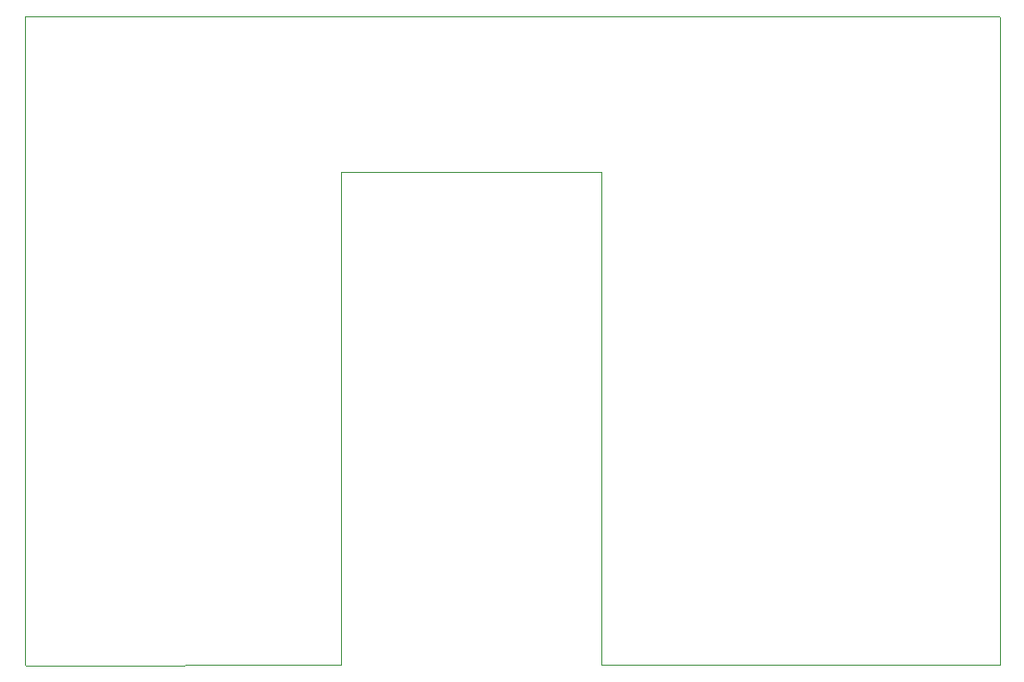
<source format=gbr>
%TF.GenerationSoftware,KiCad,Pcbnew,(5.1.8)-1*%
%TF.CreationDate,2020-12-11T20:24:20+03:00*%
%TF.ProjectId,ledboard,6c656462-6f61-4726-942e-6b696361645f,v0.4.0*%
%TF.SameCoordinates,Original*%
%TF.FileFunction,Paste,Bot*%
%TF.FilePolarity,Positive*%
%FSLAX46Y46*%
G04 Gerber Fmt 4.6, Leading zero omitted, Abs format (unit mm)*
G04 Created by KiCad (PCBNEW (5.1.8)-1) date 2020-12-11 20:24:20*
%MOMM*%
%LPD*%
G01*
G04 APERTURE LIST*
%TA.AperFunction,Profile*%
%ADD10C,0.050000*%
%TD*%
G04 APERTURE END LIST*
D10*
X31040000Y-88340000D02*
G75*
G02*
X30960000Y-88260000I0J80000D01*
G01*
X30960000Y-31210000D02*
G75*
G02*
X31040000Y-31130000I80000J0D01*
G01*
X116850000Y-31100000D02*
G75*
G02*
X116920000Y-31170000I0J-70000D01*
G01*
X116920000Y-88250000D02*
G75*
G02*
X116860000Y-88310000I-60000J0D01*
G01*
X81780000Y-88290000D02*
X116860000Y-88310000D01*
X116920000Y-88250000D02*
X116920000Y-31170000D01*
X116850000Y-31100000D02*
X31040000Y-31130000D01*
X30960000Y-31210000D02*
X30960000Y-88260000D01*
X31040000Y-88340000D02*
X58850000Y-88310000D01*
X58850000Y-88310000D02*
X58860000Y-44800000D01*
X81790000Y-44800000D02*
X81780000Y-88290000D01*
X58860000Y-44800000D02*
X81790000Y-44800000D01*
M02*

</source>
